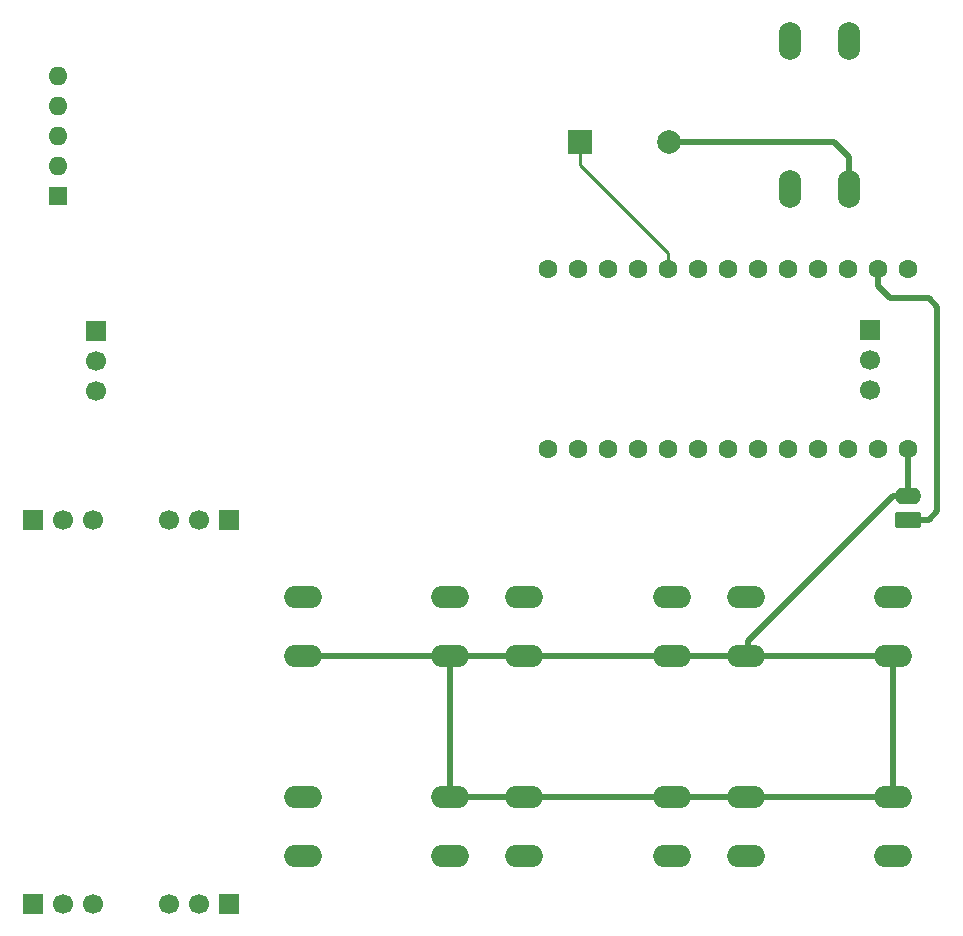
<source format=gtl>
%TF.GenerationSoftware,KiCad,Pcbnew,9.0.5*%
%TF.CreationDate,2025-10-27T12:52:04+01:00*%
%TF.ProjectId,mastermind,6d617374-6572-46d6-996e-642e6b696361,rev?*%
%TF.SameCoordinates,Original*%
%TF.FileFunction,Copper,L1,Top*%
%TF.FilePolarity,Positive*%
%FSLAX46Y46*%
G04 Gerber Fmt 4.6, Leading zero omitted, Abs format (unit mm)*
G04 Created by KiCad (PCBNEW 9.0.5) date 2025-10-27 12:52:04*
%MOMM*%
%LPD*%
G01*
G04 APERTURE LIST*
G04 Aperture macros list*
%AMRoundRect*
0 Rectangle with rounded corners*
0 $1 Rounding radius*
0 $2 $3 $4 $5 $6 $7 $8 $9 X,Y pos of 4 corners*
0 Add a 4 corners polygon primitive as box body*
4,1,4,$2,$3,$4,$5,$6,$7,$8,$9,$2,$3,0*
0 Add four circle primitives for the rounded corners*
1,1,$1+$1,$2,$3*
1,1,$1+$1,$4,$5*
1,1,$1+$1,$6,$7*
1,1,$1+$1,$8,$9*
0 Add four rect primitives between the rounded corners*
20,1,$1+$1,$2,$3,$4,$5,0*
20,1,$1+$1,$4,$5,$6,$7,0*
20,1,$1+$1,$6,$7,$8,$9,0*
20,1,$1+$1,$8,$9,$2,$3,0*%
G04 Aperture macros list end*
%TA.AperFunction,ComponentPad*%
%ADD10R,1.700000X1.700000*%
%TD*%
%TA.AperFunction,ComponentPad*%
%ADD11C,1.700000*%
%TD*%
%TA.AperFunction,ComponentPad*%
%ADD12C,1.600000*%
%TD*%
%TA.AperFunction,ComponentPad*%
%ADD13R,1.600000X1.600000*%
%TD*%
%TA.AperFunction,ComponentPad*%
%ADD14O,1.600000X1.600000*%
%TD*%
%TA.AperFunction,ComponentPad*%
%ADD15O,3.200000X1.900000*%
%TD*%
%TA.AperFunction,ComponentPad*%
%ADD16R,2.000000X2.000000*%
%TD*%
%TA.AperFunction,ComponentPad*%
%ADD17C,2.000000*%
%TD*%
%TA.AperFunction,ComponentPad*%
%ADD18O,1.900000X3.200000*%
%TD*%
%TA.AperFunction,ComponentPad*%
%ADD19RoundRect,0.291666X0.833334X-0.408334X0.833334X0.408334X-0.833334X0.408334X-0.833334X-0.408334X0*%
%TD*%
%TA.AperFunction,ComponentPad*%
%ADD20O,2.250000X1.400000*%
%TD*%
%TA.AperFunction,Conductor*%
%ADD21C,0.500000*%
%TD*%
%TA.AperFunction,Conductor*%
%ADD22C,0.250000*%
%TD*%
G04 APERTURE END LIST*
D10*
%TO.P,LED2,1,3V3*%
%TO.N,Net-(LED1-3V3-Pad4)*%
X85920000Y-104000000D03*
D11*
%TO.P,LED2,2,DATA*%
%TO.N,Net-(LED1-DATA-Pad5)*%
X88460000Y-104000000D03*
%TO.P,LED2,3,GND*%
%TO.N,Net-(LED1-GND-Pad6)*%
X91000000Y-104000000D03*
D10*
%TO.P,LED2,4,3V3*%
%TO.N,Net-(LED2-3V3-Pad4)*%
X85920000Y-136500000D03*
D11*
%TO.P,LED2,5,DATA*%
%TO.N,Net-(LED2-DATA-Pad5)*%
X88460000Y-136500000D03*
%TO.P,LED2,6,GND*%
%TO.N,Net-(LED2-GND-Pad6)*%
X91000000Y-136500000D03*
%TD*%
D10*
%TO.P,LED3,1,3V3*%
%TO.N,Net-(LED2-3V3-Pad4)*%
X102500000Y-136500000D03*
D11*
%TO.P,LED3,2,DATA*%
%TO.N,Net-(LED2-DATA-Pad5)*%
X99960000Y-136500000D03*
%TO.P,LED3,3,GND*%
%TO.N,Net-(LED2-GND-Pad6)*%
X97420000Y-136500000D03*
D10*
%TO.P,LED3,4,3V3*%
%TO.N,unconnected-(LED3-3V3-Pad4)*%
X102500000Y-104000000D03*
D11*
%TO.P,LED3,5,DATA*%
%TO.N,unconnected-(LED3-DATA-Pad5)*%
X99960000Y-104000000D03*
%TO.P,LED3,6,GND*%
%TO.N,unconnected-(LED3-GND-Pad6)*%
X97420000Y-104000000D03*
%TD*%
D12*
%TO.P,U1,1,P0.06*%
%TO.N,BUT_1*%
X157460000Y-98000000D03*
%TO.P,U1,2,P0.08*%
%TO.N,BUT_2*%
X154920000Y-98000000D03*
%TO.P,U1,3,GND*%
%TO.N,GND*%
X152380000Y-98000000D03*
%TO.P,U1,4,GND*%
X149840000Y-98000000D03*
%TO.P,U1,5,P0.17*%
%TO.N,BUT_3*%
X147300000Y-98000000D03*
%TO.P,U1,6,P0.20*%
%TO.N,BUT_4*%
X144760000Y-98000000D03*
%TO.P,U1,7,P0.22*%
%TO.N,BUT_5*%
X142220000Y-98000000D03*
%TO.P,U1,8,P0.24*%
%TO.N,BUT_6*%
X139680000Y-98000000D03*
%TO.P,U1,9,P1.00*%
%TO.N,LED*%
X137140000Y-98000000D03*
%TO.P,U1,10,P0.11*%
%TO.N,unconnected-(U1-P0.11-Pad10)*%
X134600000Y-98000000D03*
%TO.P,U1,11,P1.04-LF*%
%TO.N,unconnected-(U1-P1.04-LF-Pad11)*%
X132060000Y-98000000D03*
%TO.P,U1,12,P1.06-LF*%
%TO.N,unconnected-(U1-P1.06-LF-Pad12)*%
X129520000Y-98000000D03*
%TO.P,U1,13,BAT+*%
%TO.N,BAT*%
X157460010Y-82759990D03*
%TO.P,U1,14,GND*%
%TO.N,GND*%
X154920010Y-82759990D03*
%TO.P,U1,15,RST*%
%TO.N,Net-(U1-RST)*%
X152380010Y-82759990D03*
%TO.P,U1,16,3V3*%
%TO.N,3V3*%
X149840010Y-82759990D03*
%TO.P,U1,17,P0.31-LF*%
%TO.N,unconnected-(U1-P0.31-LF-Pad17)*%
X147300010Y-82759990D03*
%TO.P,U1,18,P0.29-LF*%
%TO.N,unconnected-(U1-P0.29-LF-Pad18)*%
X144760010Y-82759990D03*
%TO.P,U1,19,P0.02-LF*%
%TO.N,unconnected-(U1-P0.02-LF-Pad19)*%
X142220010Y-82759990D03*
%TO.P,U1,20,P1.15-LF*%
%TO.N,BUZ*%
X139680010Y-82759990D03*
%TO.P,U1,21,P1.13-LF*%
%TO.N,DIG_LATCH*%
X137140010Y-82759990D03*
%TO.P,U1,22,P1.11-LF*%
%TO.N,DIG_DATA*%
X134600010Y-82759990D03*
%TO.P,U1,23,P0.10-LF*%
%TO.N,DIG_CLK*%
X132060010Y-82759990D03*
%TO.P,U1,24,P0.09-LF*%
%TO.N,unconnected-(U1-P0.09-LF-Pad24)*%
X129520010Y-82759990D03*
%TO.P,U1,28,GND*%
%TO.N,GND*%
X160000000Y-98000000D03*
%TO.P,U1,29,BAT+*%
%TO.N,unconnected-(U1-BAT+-Pad29)*%
X160000010Y-82759990D03*
%TD*%
D11*
%TO.P,LED1,6,GND*%
%TO.N,Net-(LED1-GND-Pad6)*%
X91250000Y-93080000D03*
%TO.P,LED1,5,DATA*%
%TO.N,Net-(LED1-DATA-Pad5)*%
X91250000Y-90540000D03*
D10*
%TO.P,LED1,4,3V3*%
%TO.N,Net-(LED1-3V3-Pad4)*%
X91250000Y-88000000D03*
D11*
%TO.P,LED1,3,GND*%
%TO.N,GND*%
X156750000Y-93040000D03*
%TO.P,LED1,2,DATA*%
%TO.N,LED*%
X156750000Y-90500000D03*
D10*
%TO.P,LED1,1,3V3*%
%TO.N,3V3*%
X156750000Y-87960000D03*
%TD*%
D13*
%TO.P,7SEG1,1,LOAD*%
%TO.N,DIG_LATCH*%
X88000000Y-76580000D03*
D14*
%TO.P,7SEG1,2,SCLK*%
%TO.N,DIG_CLK*%
X88000000Y-74040000D03*
%TO.P,7SEG1,3,SDI*%
%TO.N,DIG_DATA*%
X88000000Y-71500000D03*
%TO.P,7SEG1,4,GND*%
%TO.N,GND*%
X88000000Y-68960000D03*
%TO.P,7SEG1,5,VCC*%
%TO.N,3V3*%
X88000000Y-66420000D03*
%TD*%
D15*
%TO.P,SW5,1,1*%
%TO.N,GND*%
X108750000Y-127500000D03*
X121250000Y-127500000D03*
%TO.P,SW5,2,2*%
%TO.N,BUT_5*%
X108750000Y-132500000D03*
X121250000Y-132500000D03*
%TD*%
D16*
%TO.P,BZ1,1,+*%
%TO.N,BUZ*%
X132200000Y-72000000D03*
D17*
%TO.P,BZ1,2,-*%
%TO.N,GND*%
X139800000Y-72000000D03*
%TD*%
D15*
%TO.P,SW2,1,1*%
%TO.N,GND*%
X158750000Y-115500000D03*
X146250000Y-115500000D03*
%TO.P,SW2,2,2*%
%TO.N,BUT_2*%
X158750000Y-110500000D03*
X146250000Y-110500000D03*
%TD*%
%TO.P,SW4,1,1*%
%TO.N,GND*%
X140000000Y-115500000D03*
X127500000Y-115500000D03*
%TO.P,SW4,2,2*%
%TO.N,BUT_4*%
X140000000Y-110500000D03*
X127500000Y-110500000D03*
%TD*%
%TO.P,SW6,1,1*%
%TO.N,GND*%
X121250000Y-115500000D03*
X108750000Y-115500000D03*
%TO.P,SW6,2,2*%
%TO.N,BUT_6*%
X121250000Y-110500000D03*
X108750000Y-110500000D03*
%TD*%
%TO.P,SW3,1,1*%
%TO.N,GND*%
X127500000Y-127500000D03*
X140000000Y-127500000D03*
%TO.P,SW3,2,2*%
%TO.N,BUT_3*%
X127500000Y-132500000D03*
X140000000Y-132500000D03*
%TD*%
%TO.P,SW1,1,1*%
%TO.N,GND*%
X146250000Y-127500000D03*
X158750000Y-127500000D03*
%TO.P,SW1,2,2*%
%TO.N,BUT_1*%
X146250000Y-132500000D03*
X158750000Y-132500000D03*
%TD*%
D18*
%TO.P,SW7,1,1*%
%TO.N,Net-(U1-RST)*%
X150000000Y-76000000D03*
X150000000Y-63500000D03*
%TO.P,SW7,2,2*%
%TO.N,GND*%
X155000000Y-76000000D03*
X155000000Y-63500000D03*
%TD*%
D19*
%TO.P,J1,1,Pin_1*%
%TO.N,BAT*%
X160000000Y-104000000D03*
D20*
%TO.P,J1,2,Pin_2*%
%TO.N,GND*%
X160000000Y-102000000D03*
%TD*%
D21*
%TO.N,BAT*%
X162500000Y-103250000D02*
X161750000Y-104000000D01*
X162500000Y-86000000D02*
X162500000Y-103250000D01*
X161750000Y-104000000D02*
X160000000Y-104000000D01*
X158500000Y-85250000D02*
X161750000Y-85250000D01*
X157460010Y-84210010D02*
X158500000Y-85250000D01*
X161750000Y-85250000D02*
X162500000Y-86000000D01*
X157460010Y-82759990D02*
X157460010Y-84210010D01*
%TO.N,GND*%
X158750000Y-115750000D02*
X158750000Y-127500000D01*
X158500000Y-115500000D02*
X158750000Y-115750000D01*
X158750000Y-115500000D02*
X158500000Y-115500000D01*
X155000000Y-73250000D02*
X155000000Y-76000000D01*
X153750000Y-72000000D02*
X155000000Y-73250000D01*
X139800000Y-72000000D02*
X153750000Y-72000000D01*
X146250000Y-127500000D02*
X140000000Y-127500000D01*
X121250000Y-115500000D02*
X121250000Y-127500000D01*
X146250000Y-115500000D02*
X158750000Y-115500000D01*
X127500000Y-127500000D02*
X121250000Y-127500000D01*
X146250000Y-115500000D02*
X140000000Y-115500000D01*
X145750000Y-115250000D02*
X146000000Y-115500000D01*
X158750000Y-102000000D02*
X146500000Y-114250000D01*
X158750000Y-127500000D02*
X146250000Y-127500000D01*
X140000000Y-127500000D02*
X127500000Y-127500000D01*
X160000000Y-102000000D02*
X158750000Y-102000000D01*
X127500000Y-115500000D02*
X121250000Y-115500000D01*
X121250000Y-115500000D02*
X108750000Y-115500000D01*
X146500000Y-114250000D02*
X146500000Y-115250000D01*
X160000000Y-102000000D02*
X160000000Y-98000000D01*
X140000000Y-115500000D02*
X127500000Y-115500000D01*
D22*
%TO.N,BUZ*%
X132200000Y-73950000D02*
X139680010Y-81430010D01*
X132200000Y-72000000D02*
X132200000Y-73950000D01*
X139680010Y-81430010D02*
X139680010Y-82759990D01*
%TD*%
M02*

</source>
